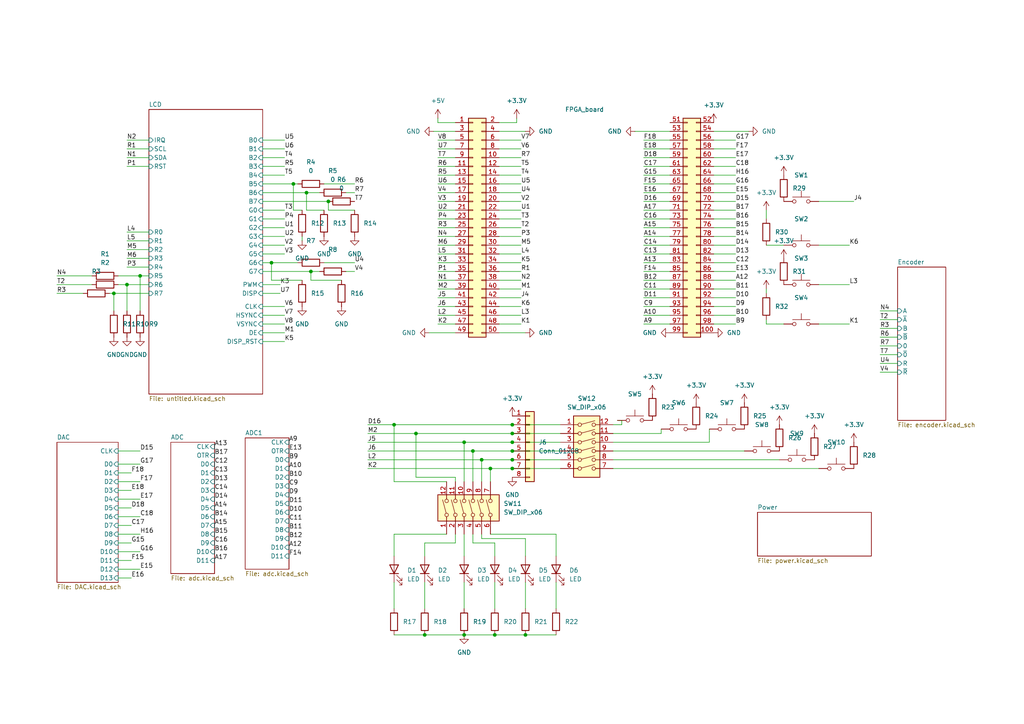
<source format=kicad_sch>
(kicad_sch (version 20231120) (generator "eeschema") (generator_version "8.0")
  (paper "A4")
  (junction (at 148.59 123.19))
  (junction (at 40.64 80.01))
  (junction (at 148.59 130.81))
  (junction (at 88.9 55.88))
  (junction (at 120.65 125.73))
  (junction (at 148.59 125.73))
  (junction (at 90.17 78.74))
  (junction (at 78.74 76.2))
  (junction (at 85.09 53.34))
  (junction (at 143.51 184.15))
  (junction (at 33.02 85.09))
  (junction (at 148.59 128.27))
  (junction (at 36.83 82.55))
  (junction (at 148.59 135.89))
  (junction (at 142.24 135.89))
  (junction (at 137.16 130.81))
  (junction (at 139.7 133.35))
  (junction (at 134.62 128.27))
  (junction (at 148.59 133.35))
  (junction (at 114.3 123.19))
  (junction (at 95.25 58.42))
  (junction (at 152.4 184.15))
  (junction (at 134.62 184.15))
  (junction (at 123.19 184.15))
  (wire (pts (xy 34.29 80.01) (xy 40.64 80.01)))
  (wire (pts (xy 213.36 71.12) (xy 207.01 71.12)))
  (wire (pts (xy 186.69 40.64) (xy 194.31 40.64)))
  (wire (pts (xy 186.69 68.58) (xy 194.31 68.58)))
  (wire (pts (xy 143.51 184.15) (xy 152.4 184.15)))
  (wire (pts (xy 36.83 45.72) (xy 43.18 45.72)))
  (wire (pts (xy 127 35.56) (xy 127 34.29)))
  (wire (pts (xy 127 66.04) (xy 132.08 66.04)))
  (wire (pts (xy 213.36 86.36) (xy 207.01 86.36)))
  (wire (pts (xy 255.27 95.25) (xy 260.35 95.25)))
  (wire (pts (xy 139.7 156.21) (xy 139.7 154.94)))
  (wire (pts (xy 125.73 38.1) (xy 132.08 38.1)))
  (wire (pts (xy 142.24 135.89) (xy 148.59 135.89)))
  (wire (pts (xy 38.1 157.48) (xy 34.29 157.48)))
  (wire (pts (xy 213.36 91.44) (xy 207.01 91.44)))
  (wire (pts (xy 148.59 123.19) (xy 162.56 123.19)))
  (wire (pts (xy 186.69 53.34) (xy 194.31 53.34)))
  (wire (pts (xy 186.69 66.04) (xy 194.31 66.04)))
  (wire (pts (xy 34.29 144.78) (xy 40.64 144.78)))
  (wire (pts (xy 127 45.72) (xy 132.08 45.72)))
  (wire (pts (xy 213.36 40.64) (xy 207.01 40.64)))
  (wire (pts (xy 213.36 60.96) (xy 207.01 60.96)))
  (wire (pts (xy 255.27 92.71) (xy 260.35 92.71)))
  (wire (pts (xy 191.77 125.73) (xy 191.77 124.46)))
  (wire (pts (xy 36.83 77.47) (xy 43.18 77.47)))
  (wire (pts (xy 99.06 81.28) (xy 90.17 81.28)))
  (wire (pts (xy 186.69 50.8) (xy 194.31 50.8)))
  (wire (pts (xy 36.83 67.31) (xy 43.18 67.31)))
  (wire (pts (xy 213.36 88.9) (xy 207.01 88.9)))
  (wire (pts (xy 137.16 157.48) (xy 137.16 154.94)))
  (wire (pts (xy 124.46 96.52) (xy 132.08 96.52)))
  (wire (pts (xy 102.87 78.74) (xy 100.33 78.74)))
  (wire (pts (xy 151.13 86.36) (xy 144.78 86.36)))
  (wire (pts (xy 148.59 125.73) (xy 162.56 125.73)))
  (wire (pts (xy 82.55 43.18) (xy 76.2 43.18)))
  (wire (pts (xy 148.59 135.89) (xy 162.56 135.89)))
  (wire (pts (xy 95.25 58.42) (xy 76.2 58.42)))
  (wire (pts (xy 151.13 66.04) (xy 144.78 66.04)))
  (wire (pts (xy 143.51 168.91) (xy 143.51 176.53)))
  (wire (pts (xy 78.74 81.28) (xy 78.74 76.2)))
  (wire (pts (xy 82.55 45.72) (xy 76.2 45.72)))
  (wire (pts (xy 129.54 139.7) (xy 114.3 139.7)))
  (wire (pts (xy 237.49 82.55) (xy 246.38 82.55)))
  (wire (pts (xy 134.62 128.27) (xy 134.62 139.7)))
  (wire (pts (xy 127 91.44) (xy 132.08 91.44)))
  (wire (pts (xy 247.65 58.42) (xy 237.49 58.42)))
  (wire (pts (xy 87.63 60.96) (xy 85.09 60.96)))
  (wire (pts (xy 40.64 139.7) (xy 34.29 139.7)))
  (wire (pts (xy 213.36 43.18) (xy 207.01 43.18)))
  (wire (pts (xy 127 68.58) (xy 132.08 68.58)))
  (wire (pts (xy 186.69 43.18) (xy 194.31 43.18)))
  (wire (pts (xy 186.69 45.72) (xy 194.31 45.72)))
  (wire (pts (xy 82.55 50.8) (xy 76.2 50.8)))
  (wire (pts (xy 106.68 123.19) (xy 114.3 123.19)))
  (wire (pts (xy 82.55 60.96) (xy 76.2 60.96)))
  (wire (pts (xy 255.27 97.79) (xy 260.35 97.79)))
  (wire (pts (xy 85.09 53.34) (xy 76.2 53.34)))
  (wire (pts (xy 186.69 58.42) (xy 194.31 58.42)))
  (wire (pts (xy 148.59 130.81) (xy 162.56 130.81)))
  (wire (pts (xy 81.28 82.55) (xy 76.2 82.55)))
  (wire (pts (xy 143.51 161.29) (xy 143.51 157.48)))
  (wire (pts (xy 123.19 168.91) (xy 123.19 176.53)))
  (wire (pts (xy 143.51 157.48) (xy 137.16 157.48)))
  (wire (pts (xy 85.09 60.96) (xy 85.09 53.34)))
  (wire (pts (xy 213.36 63.5) (xy 207.01 63.5)))
  (wire (pts (xy 186.69 76.2) (xy 194.31 76.2)))
  (wire (pts (xy 186.69 86.36) (xy 194.31 86.36)))
  (wire (pts (xy 82.55 40.64) (xy 76.2 40.64)))
  (wire (pts (xy 134.62 184.15) (xy 143.51 184.15)))
  (wire (pts (xy 213.36 55.88) (xy 207.01 55.88)))
  (wire (pts (xy 134.62 154.94) (xy 134.62 161.29)))
  (wire (pts (xy 149.86 35.56) (xy 144.78 35.56)))
  (wire (pts (xy 78.74 76.2) (xy 76.2 76.2)))
  (wire (pts (xy 40.64 80.01) (xy 43.18 80.01)))
  (wire (pts (xy 38.1 137.16) (xy 34.29 137.16)))
  (wire (pts (xy 134.62 168.91) (xy 134.62 176.53)))
  (wire (pts (xy 90.17 81.28) (xy 90.17 78.74)))
  (wire (pts (xy 213.36 45.72) (xy 207.01 45.72)))
  (wire (pts (xy 106.68 128.27) (xy 134.62 128.27)))
  (wire (pts (xy 127 63.5) (xy 132.08 63.5)))
  (wire (pts (xy 152.4 161.29) (xy 152.4 156.21)))
  (wire (pts (xy 81.28 85.09) (xy 76.2 85.09)))
  (wire (pts (xy 186.69 73.66) (xy 194.31 73.66)))
  (wire (pts (xy 127 86.36) (xy 132.08 86.36)))
  (wire (pts (xy 120.65 138.43) (xy 120.65 125.73)))
  (wire (pts (xy 82.55 71.12) (xy 76.2 71.12)))
  (wire (pts (xy 222.25 60.96) (xy 222.25 63.5)))
  (wire (pts (xy 177.8 133.35) (xy 226.06 133.35)))
  (wire (pts (xy 152.4 96.52) (xy 144.78 96.52)))
  (wire (pts (xy 149.86 34.29) (xy 149.86 35.56)))
  (wire (pts (xy 151.13 40.64) (xy 144.78 40.64)))
  (wire (pts (xy 36.83 82.55) (xy 36.83 90.17)))
  (wire (pts (xy 38.1 142.24) (xy 34.29 142.24)))
  (wire (pts (xy 114.3 123.19) (xy 148.59 123.19)))
  (wire (pts (xy 127 83.82) (xy 132.08 83.82)))
  (wire (pts (xy 186.69 78.74) (xy 194.31 78.74)))
  (wire (pts (xy 92.71 78.74) (xy 90.17 78.74)))
  (wire (pts (xy 255.27 100.33) (xy 260.35 100.33)))
  (wire (pts (xy 40.64 154.94) (xy 34.29 154.94)))
  (wire (pts (xy 213.36 81.28) (xy 207.01 81.28)))
  (wire (pts (xy 114.3 161.29) (xy 114.3 154.94)))
  (wire (pts (xy 213.36 53.34) (xy 207.01 53.34)))
  (wire (pts (xy 36.83 72.39) (xy 43.18 72.39)))
  (wire (pts (xy 186.69 93.98) (xy 194.31 93.98)))
  (wire (pts (xy 106.68 133.35) (xy 139.7 133.35)))
  (wire (pts (xy 151.13 43.18) (xy 144.78 43.18)))
  (wire (pts (xy 213.36 68.58) (xy 207.01 68.58)))
  (wire (pts (xy 38.1 152.4) (xy 34.29 152.4)))
  (wire (pts (xy 40.64 160.02) (xy 34.29 160.02)))
  (wire (pts (xy 90.17 78.74) (xy 76.2 78.74)))
  (wire (pts (xy 132.08 138.43) (xy 120.65 138.43)))
  (wire (pts (xy 237.49 93.98) (xy 246.38 93.98)))
  (wire (pts (xy 123.19 157.48) (xy 132.08 157.48)))
  (wire (pts (xy 186.69 60.96) (xy 194.31 60.96)))
  (wire (pts (xy 213.36 93.98) (xy 207.01 93.98)))
  (wire (pts (xy 114.3 154.94) (xy 129.54 154.94)))
  (wire (pts (xy 148.59 128.27) (xy 162.56 128.27)))
  (wire (pts (xy 139.7 133.35) (xy 148.59 133.35)))
  (wire (pts (xy 36.83 82.55) (xy 43.18 82.55)))
  (wire (pts (xy 184.15 38.1) (xy 194.31 38.1)))
  (wire (pts (xy 177.8 128.27) (xy 205.74 128.27)))
  (wire (pts (xy 177.8 135.89) (xy 237.49 135.89)))
  (wire (pts (xy 137.16 130.81) (xy 137.16 139.7)))
  (wire (pts (xy 88.9 55.88) (xy 76.2 55.88)))
  (wire (pts (xy 151.13 55.88) (xy 144.78 55.88)))
  (wire (pts (xy 205.74 128.27) (xy 205.74 124.46)))
  (wire (pts (xy 40.64 149.86) (xy 34.29 149.86)))
  (wire (pts (xy 36.83 40.64) (xy 43.18 40.64)))
  (wire (pts (xy 151.13 78.74) (xy 144.78 78.74)))
  (wire (pts (xy 24.13 85.09) (xy 16.51 85.09)))
  (wire (pts (xy 151.13 81.28) (xy 144.78 81.28)))
  (wire (pts (xy 151.13 73.66) (xy 144.78 73.66)))
  (wire (pts (xy 213.36 50.8) (xy 207.01 50.8)))
  (wire (pts (xy 127 93.98) (xy 132.08 93.98)))
  (wire (pts (xy 151.13 58.42) (xy 144.78 58.42)))
  (wire (pts (xy 82.55 48.26) (xy 76.2 48.26)))
  (wire (pts (xy 255.27 102.87) (xy 260.35 102.87)))
  (wire (pts (xy 255.27 90.17) (xy 260.35 90.17)))
  (wire (pts (xy 180.34 121.92) (xy 179.07 121.92)))
  (wire (pts (xy 151.13 83.82) (xy 144.78 83.82)))
  (wire (pts (xy 95.25 60.96) (xy 95.25 58.42)))
  (wire (pts (xy 127 58.42) (xy 132.08 58.42)))
  (wire (pts (xy 82.55 99.06) (xy 76.2 99.06)))
  (wire (pts (xy 151.13 53.34) (xy 144.78 53.34)))
  (wire (pts (xy 87.63 69.85) (xy 87.63 68.58)))
  (wire (pts (xy 82.55 63.5) (xy 76.2 63.5)))
  (wire (pts (xy 127 81.28) (xy 132.08 81.28)))
  (wire (pts (xy 106.68 125.73) (xy 120.65 125.73)))
  (wire (pts (xy 127 71.12) (xy 132.08 71.12)))
  (wire (pts (xy 151.13 88.9) (xy 144.78 88.9)))
  (wire (pts (xy 213.36 66.04) (xy 207.01 66.04)))
  (wire (pts (xy 36.83 74.93) (xy 43.18 74.93)))
  (wire (pts (xy 177.8 125.73) (xy 191.77 125.73)))
  (wire (pts (xy 222.25 71.12) (xy 227.33 71.12)))
  (wire (pts (xy 36.83 69.85) (xy 43.18 69.85)))
  (wire (pts (xy 222.25 93.98) (xy 227.33 93.98)))
  (wire (pts (xy 123.19 184.15) (xy 134.62 184.15)))
  (wire (pts (xy 161.29 168.91) (xy 161.29 176.53)))
  (wire (pts (xy 127 73.66) (xy 132.08 73.66)))
  (wire (pts (xy 34.29 82.55) (xy 36.83 82.55)))
  (wire (pts (xy 127 43.18) (xy 132.08 43.18)))
  (wire (pts (xy 186.69 88.9) (xy 194.31 88.9)))
  (wire (pts (xy 127 48.26) (xy 132.08 48.26)))
  (wire (pts (xy 151.13 48.26) (xy 144.78 48.26)))
  (wire (pts (xy 114.3 139.7) (xy 114.3 123.19)))
  (wire (pts (xy 151.13 68.58) (xy 144.78 68.58)))
  (wire (pts (xy 186.69 48.26) (xy 194.31 48.26)))
  (wire (pts (xy 255.27 105.41) (xy 260.35 105.41)))
  (wire (pts (xy 34.29 167.64) (xy 38.1 167.64)))
  (wire (pts (xy 151.13 91.44) (xy 144.78 91.44)))
  (wire (pts (xy 127 53.34) (xy 132.08 53.34)))
  (wire (pts (xy 106.68 135.89) (xy 142.24 135.89)))
  (wire (pts (xy 151.13 71.12) (xy 144.78 71.12)))
  (wire (pts (xy 93.98 76.2) (xy 102.87 76.2)))
  (wire (pts (xy 82.55 68.58) (xy 76.2 68.58)))
  (wire (pts (xy 87.63 81.28) (xy 78.74 81.28)))
  (wire (pts (xy 26.67 82.55) (xy 16.51 82.55)))
  (wire (pts (xy 217.17 38.1) (xy 207.01 38.1)))
  (wire (pts (xy 86.36 53.34) (xy 85.09 53.34)))
  (wire (pts (xy 127 76.2) (xy 132.08 76.2)))
  (wire (pts (xy 40.64 80.01) (xy 40.64 90.17)))
  (wire (pts (xy 127 78.74) (xy 132.08 78.74)))
  (wire (pts (xy 88.9 60.96) (xy 88.9 55.88)))
  (wire (pts (xy 161.29 161.29) (xy 161.29 154.94)))
  (wire (pts (xy 151.13 93.98) (xy 144.78 93.98)))
  (wire (pts (xy 134.62 128.27) (xy 148.59 128.27)))
  (wire (pts (xy 82.55 88.9) (xy 76.2 88.9)))
  (wire (pts (xy 152.4 184.15) (xy 161.29 184.15)))
  (wire (pts (xy 31.75 85.09) (xy 33.02 85.09)))
  (wire (pts (xy 148.59 133.35) (xy 162.56 133.35)))
  (wire (pts (xy 127 40.64) (xy 132.08 40.64)))
  (wire (pts (xy 123.19 161.29) (xy 123.19 157.48)))
  (wire (pts (xy 132.08 154.94) (xy 132.08 157.48)))
  (wire (pts (xy 93.98 53.34) (xy 102.87 53.34)))
  (wire (pts (xy 237.49 71.12) (xy 246.38 71.12)))
  (wire (pts (xy 186.69 81.28) (xy 194.31 81.28)))
  (wire (pts (xy 38.1 147.32) (xy 34.29 147.32)))
  (wire (pts (xy 36.83 43.18) (xy 43.18 43.18)))
  (wire (pts (xy 213.36 48.26) (xy 207.01 48.26)))
  (wire (pts (xy 255.27 107.95) (xy 260.35 107.95)))
  (wire (pts (xy 152.4 156.21) (xy 139.7 156.21)))
  (wire (pts (xy 127 60.96) (xy 132.08 60.96)))
  (wire (pts (xy 152.4 168.91) (xy 152.4 176.53)))
  (wire (pts (xy 82.55 91.44) (xy 76.2 91.44)))
  (wire (pts (xy 161.29 154.94) (xy 142.24 154.94)))
  (wire (pts (xy 151.13 63.5) (xy 144.78 63.5)))
  (wire (pts (xy 82.55 66.04) (xy 76.2 66.04)))
  (wire (pts (xy 186.69 71.12) (xy 194.31 71.12)))
  (wire (pts (xy 142.24 135.89) (xy 142.24 139.7)))
  (wire (pts (xy 151.13 76.2) (xy 144.78 76.2)))
  (wire (pts (xy 114.3 168.91) (xy 114.3 176.53)))
  (wire (pts (xy 180.34 123.19) (xy 180.34 121.92)))
  (wire (pts (xy 213.36 83.82) (xy 207.01 83.82)))
  (wire (pts (xy 114.3 184.15) (xy 123.19 184.15)))
  (wire (pts (xy 222.25 92.71) (xy 222.25 93.98)))
  (wire (pts (xy 186.69 55.88) (xy 194.31 55.88)))
  (wire (pts (xy 222.25 83.82) (xy 222.25 85.09)))
  (wire (pts (xy 213.36 73.66) (xy 207.01 73.66)))
  (wire (pts (xy 132.08 139.7) (xy 132.08 138.43)))
  (wire (pts (xy 127 88.9) (xy 132.08 88.9)))
  (wire (pts (xy 177.8 123.19) (xy 180.34 123.19)))
  (wire (pts (xy 213.36 76.2) (xy 207.01 76.2)))
  (wire (pts (xy 120.65 125.73) (xy 148.59 125.73)))
  (wire (pts (xy 127 55.88) (xy 132.08 55.88)))
  (wire (pts (xy 186.69 63.5) (xy 194.31 63.5)))
  (wire (pts (xy 40.64 134.62) (xy 34.29 134.62)))
  (wire (pts (xy 151.13 45.72) (xy 144.78 45.72)))
  (wire (pts (xy 102.87 55.88) (xy 100.33 55.88)))
  (wire (pts (xy 127 50.8) (xy 132.08 50.8)))
  (wire (pts (xy 93.98 60.96) (xy 88.9 60.96)))
  (wire (pts (xy 82.55 93.98) (xy 76.2 93.98)))
  (wire (pts (xy 82.55 96.52) (xy 76.2 96.52)))
  (wire (pts (xy 152.4 38.1) (xy 144.78 38.1)))
  (wire (pts (xy 102.87 60.96) (xy 95.25 60.96)))
  (wire (pts (xy 151.13 60.96) (xy 144.78 60.96)))
  (wire (pts (xy 151.13 50.8) (xy 144.78 50.8)))
  (wire (pts (xy 82.55 73.66) (xy 76.2 73.66)))
  (wire (pts (xy 40.64 165.1) (xy 34.29 165.1)))
  (wire (pts (xy 36.83 48.26) (xy 43.18 48.26)))
  (wire (pts (xy 92.71 55.88) (xy 88.9 55.88)))
  (wire (pts (xy 213.36 58.42) (xy 207.01 58.42)))
  (wire (pts (xy 106.68 130.81) (xy 137.16 130.81)))
  (wire (pts (xy 213.36 78.74) (xy 207.01 78.74)))
  (wire (pts (xy 26.67 80.01) (xy 16.51 80.01)))
  (wire (pts (xy 139.7 133.35) (xy 139.7 139.7)))
  (wire (pts (xy 38.1 162.56) (xy 34.29 162.56)))
  (wire (pts (xy 186.69 91.44) (xy 194.31 91.44)))
  (wire (pts (xy 186.69 83.82) (xy 194.31 83.82)))
  (wire (pts (xy 137.16 130.81) (xy 148.59 130.81)))
  (wire (pts (xy 132.08 35.56) (xy 127 35.56)))
  (wire (pts (xy 40.64 130.81) (xy 34.29 130.81)))
  (wire (pts (xy 33.02 85.09) (xy 43.18 85.09)))
  (wire (pts (xy 177.8 130.81) (xy 215.9 130.81)))
  (wire (pts (xy 33.02 85.09) (xy 33.02 90.17)))
  (wire (pts (xy 86.36 76.2) (xy 78.74 76.2)))
  (label "K6" (at 246.38 71.12 0))
  (label "V7" (at 151.13 40.64 0))
  (label "P4" (at 127 63.5 0))
  (label "D9" (at 83.82 143.51 0))
  (label "N2" (at 151.13 81.28 0))
  (label "L4" (at 151.13 73.66 0))
  (label "A15" (at 186.69 66.04 0))
  (label "C9" (at 83.82 140.97 0))
  (label "M5" (at 36.83 72.39 0))
  (label "C16" (at 62.23 157.48 0))
  (label "C11" (at 83.82 151.13 0))
  (label "A14" (at 62.23 147.32 0))
  (label "B14" (at 62.23 149.86 0))
  (label "C13" (at 62.23 137.16 0))
  (label "R1" (at 36.83 43.18 0))
  (label "C14" (at 186.69 71.12 0))
  (label "B16" (at 213.36 63.5 0))
  (label "B9" (at 213.36 93.98 0))
  (label "M1" (at 82.55 96.52 0))
  (label "K6" (at 151.13 88.9 0))
  (label "K5" (at 151.13 76.2 0))
  (label "B10" (at 83.82 138.43 0))
  (label "A10" (at 186.69 91.44 0))
  (label "J5" (at 127 86.36 0))
  (label "D10" (at 83.82 148.59 0))
  (label "F14" (at 186.69 78.74 0))
  (label "T7" (at 127 45.72 0))
  (label "T7" (at 255.27 102.87 0))
  (label "B17" (at 213.36 60.96 0))
  (label "A13" (at 62.23 129.54 0))
  (label "D14" (at 213.36 71.12 0))
  (label "B12" (at 83.82 156.21 0))
  (label "A15" (at 62.23 152.4 0))
  (label "K5" (at 82.55 99.06 0))
  (label "P1" (at 127 78.74 0))
  (label "E16" (at 38.1 167.64 0))
  (label "C11" (at 186.69 83.82 0))
  (label "F18" (at 186.69 40.64 0))
  (label "A12" (at 213.36 81.28 0))
  (label "E15" (at 40.64 165.1 0))
  (label "C18" (at 213.36 48.26 0))
  (label "U7" (at 127 43.18 0))
  (label "T4" (at 82.55 45.72 0))
  (label "F18" (at 38.1 137.16 0))
  (label "L5" (at 127 73.66 0))
  (label "T3" (at 151.13 63.5 0))
  (label "V4" (at 102.87 78.74 0))
  (label "U4" (at 151.13 55.88 0))
  (label "U1" (at 151.13 60.96 0))
  (label "V8" (at 82.55 93.98 0))
  (label "C18" (at 40.64 149.86 0))
  (label "B16" (at 62.23 160.02 0))
  (label "A17" (at 62.23 162.56 0))
  (label "U2" (at 127 60.96 0))
  (label "R6" (at 102.87 53.34 0))
  (label "B15" (at 213.36 66.04 0))
  (label "N4" (at 127 68.58 0))
  (label "M1" (at 151.13 83.82 0))
  (label "A9" (at 186.69 93.98 0))
  (label "D16" (at 186.69 58.42 0))
  (label "E18" (at 186.69 43.18 0))
  (label "N4" (at 16.51 80.01 0))
  (label "T5" (at 151.13 48.26 0))
  (label "E13" (at 213.36 78.74 0))
  (label "E18" (at 38.1 142.24 0))
  (label "J6" (at 106.68 130.81 0))
  (label "F17" (at 213.36 43.18 0))
  (label "R7" (at 151.13 45.72 0))
  (label "R6" (at 127 48.26 0))
  (label "D10" (at 213.36 86.36 0))
  (label "E15" (at 213.36 55.88 0))
  (label "D13" (at 62.23 139.7 0))
  (label "F14" (at 83.82 161.29 0))
  (label "V3" (at 127 58.42 0))
  (label "T7" (at 102.87 58.42 0))
  (label "N2" (at 36.83 40.64 0))
  (label "C17" (at 38.1 152.4 0))
  (label "R7" (at 102.87 55.88 0))
  (label "A9" (at 83.82 128.27 0))
  (label "M6" (at 127 71.12 0))
  (label "D14" (at 62.23 144.78 0))
  (label "J5" (at 106.68 128.27 0))
  (label "M2" (at 127 83.82 0))
  (label "D16" (at 106.68 123.19 0))
  (label "F15" (at 186.69 53.34 0))
  (label "L2" (at 127 91.44 0))
  (label "M6" (at 36.83 74.93 0))
  (label "C14" (at 62.23 142.24 0))
  (label "U5" (at 151.13 53.34 0))
  (label "N4" (at 255.27 90.17 0))
  (label "G17" (at 213.36 40.64 0))
  (label "R5" (at 127 50.8 0))
  (label "G15" (at 38.1 157.48 0))
  (label "K2" (at 106.68 135.89 0))
  (label "J6" (at 127 88.9 0))
  (label "C12" (at 62.23 134.62 0))
  (label "T2" (at 151.13 66.04 0))
  (label "B15" (at 62.23 154.94 0))
  (label "D15" (at 213.36 58.42 0))
  (label "U5" (at 82.55 40.64 0))
  (label "B17" (at 62.23 132.08 0))
  (label "U4" (at 255.27 105.41 0))
  (label "V8" (at 127 40.64 0))
  (label "N1" (at 127 81.28 0))
  (label "J4" (at 247.65 58.42 0))
  (label "G15" (at 186.69 50.8 0))
  (label "D18" (at 38.1 147.32 0))
  (label "E17" (at 40.64 144.78 0))
  (label "T2" (at 16.51 82.55 0))
  (label "A14" (at 186.69 68.58 0))
  (label "C13" (at 186.69 73.66 0))
  (label "V6" (at 82.55 88.9 0))
  (label "G17" (at 40.64 134.62 0))
  (label "V2" (at 151.13 58.42 0))
  (label "V6" (at 151.13 43.18 0))
  (label "B14" (at 213.36 68.58 0))
  (label "K1" (at 246.38 93.98 0))
  (label "C12" (at 213.36 76.2 0))
  (label "K1" (at 151.13 93.98 0))
  (label "C16" (at 186.69 63.5 0))
  (label "T4" (at 151.13 50.8 0))
  (label "U2" (at 82.55 68.58 0))
  (label "H16" (at 40.64 154.94 0))
  (label "R1" (at 151.13 78.74 0))
  (label "B12" (at 186.69 81.28 0))
  (label "P3" (at 36.83 77.47 0))
  (label "B10" (at 213.36 91.44 0))
  (label "R5" (at 82.55 48.26 0))
  (label "D18" (at 186.69 45.72 0))
  (label "G16" (at 40.64 160.02 0))
  (label "K3" (at 127 76.2 0))
  (label "L2" (at 106.68 133.35 0))
  (label "V3" (at 82.55 73.66 0))
  (label "K3" (at 81.28 82.55 0))
  (label "E16" (at 186.69 55.88 0))
  (label "C9" (at 186.69 88.9 0))
  (label "U4" (at 102.87 76.2 0))
  (label "U7" (at 81.28 85.09 0))
  (label "D11" (at 186.69 86.36 0))
  (label "V2" (at 82.55 71.12 0))
  (label "D11" (at 83.82 146.05 0))
  (label "B9" (at 83.82 133.35 0))
  (label "A12" (at 83.82 158.75 0))
  (label "N1" (at 36.83 45.72 0))
  (label "T2" (at 255.27 92.71 0))
  (label "B11" (at 83.82 153.67 0))
  (label "R3" (at 127 66.04 0))
  (label "R7" (at 255.27 100.33 0))
  (label "F15" (at 38.1 162.56 0))
  (label "E13" (at 83.82 130.81 0))
  (label "D13" (at 213.36 73.66 0))
  (label "D9" (at 213.36 88.9 0))
  (label "E17" (at 213.36 45.72 0))
  (label "R3" (at 255.27 95.25 0))
  (label "P4" (at 82.55 63.5 0))
  (label "J4" (at 151.13 86.36 0))
  (label "V7" (at 82.55 91.44 0))
  (label "H16" (at 213.36 50.8 0))
  (label "T5" (at 82.55 50.8 0))
  (label "P1" (at 36.83 48.26 0))
  (label "D15" (at 40.64 130.81 0))
  (label "L5" (at 36.83 69.85 0))
  (label "A17" (at 186.69 60.96 0))
  (label "P3" (at 151.13 68.58 0))
  (label "K2" (at 127 93.98 0))
  (label "V4" (at 255.27 107.95 0))
  (label "M5" (at 151.13 71.12 0))
  (label "A13" (at 186.69 76.2 0))
  (label "R3" (at 16.51 85.09 0))
  (label "L3" (at 151.13 91.44 0))
  (label "M2" (at 106.68 125.73 0))
  (label "B11" (at 213.36 83.82 0))
  (label "L4" (at 36.83 67.31 0))
  (label "U1" (at 82.55 66.04 0))
  (label "R6" (at 255.27 97.79 0))
  (label "U6" (at 127 53.34 0))
  (label "T3" (at 82.55 60.96 0))
  (label "V4" (at 127 55.88 0))
  (label "A10" (at 83.82 135.89 0))
  (label "L3" (at 246.38 82.55 0))
  (label "F17" (at 40.64 139.7 0))
  (label "C17" (at 186.69 48.26 0))
  (label "U6" (at 82.55 43.18 0))
  (label "G16" (at 213.36 53.34 0))
  (symbol (lib_id "power:+3.3V") (at 207.01 35.56 0) (unit 1)
    (property "Reference" "#PWR010" (effects (hide yes)))
    (property "Value" "+3.3V" (at 207.01 30.48 0))
    (property "Description" "Power symbol creates a global label with name \"+3.3V\"" (effects (hide yes)))
  )
  (symbol (lib_id "power:GND") (at 87.63 69.85 0) (unit 1)
    (property "Reference" "#PWR036" (effects (hide yes)))
    (property "Value" "GND" (at 87.63 74.93 0))
    (property "Description" "Power symbol creates a global label with name \"GND\" , ground" (effects (hide yes)))
  )
  (symbol (lib_id "Switch:SW_DIP_x06") (at 170.18 130.81 0) (unit 1)
    (property "Reference" "SW12" (at 170.18 115.57 0))
    (property "Value" "SW_DIP_x06" (at 170.18 118.11 0))
    (property "Footprint" "Button_Switch_THT:SW_DIP_SPSTx06_Slide_9.78x17.42mm_W7.62mm_P2.54mm" (effects (hide yes)))
    (property "Description" "6x DIP Switch, Single Pole Single Throw (SPST) switch, small symbol" (effects (hide yes)))
  )
  (symbol (lib_id "Device:R") (at 161.29 180.34 180) (unit 1)
    (property "Reference" "R22" (at 163.83 180.3399 0) (effects (justify right)))
    (property "Value" "330" (effects (hide yes)))
    (property "Footprint" "Resistor_SMD:R_1206_3216Metric_Pad1.30x1.75mm_HandSolder" (effects (hide yes)))
    (property "Description" "Resistor" (effects (hide yes)))
  )
  (symbol (lib_id "Device:R") (at 27.94 85.09 90) (unit 1)
    (property "Reference" "R3" (at 27.94 78.74 90))
    (property "Value" "0" (effects (hide yes)))
    (property "Footprint" "Resistor_SMD:R_1206_3216Metric_Pad1.30x1.75mm_HandSolder" (effects (hide yes)))
    (property "Description" "Resistor" (effects (hide yes)))
  )
  (symbol (lib_id "power:GND") (at 99.06 88.9 0) (unit 1)
    (property "Reference" "#PWR040" (effects (hide yes)))
    (property "Value" "GND" (at 99.06 93.98 0))
    (property "Description" "Power symbol creates a global label with name \"GND\" , ground" (effects (hide yes)))
  )
  (symbol (lib_id "Device:LED") (at 143.51 165.1 90) (unit 1)
    (property "Reference" "D4" (at 147.32 165.4174 90) (effects (justify right)))
    (property "Value" "LED" (at 147.32 167.9574 90) (effects (justify right)))
    (property "Footprint" "LED_THT:LED_D3.0mm" (effects (hide yes)))
    (property "Description" "Light emitting diode" (effects (hide yes)))
  )
  (symbol (lib_id "Switch:SW_Push") (at 232.41 93.98 0) (unit 1)
    (property "Reference" "SW4" (at 232.41 86.36 0))
    (property "Value" "SW_Push" (effects (hide yes)))
    (property "Footprint" "Button_Switch_THT:SW_PUSH_6mm" (effects (hide yes)))
    (property "Description" "Push button switch, generic, two pins" (effects (hide yes)))
  )
  (symbol (lib_id "Switch:SW_DIP_x06") (at 137.16 147.32 90) (unit 1)
    (property "Reference" "SW11" (at 146.05 146.0499 90) (effects (justify right)))
    (property "Value" "SW_DIP_x06" (at 146.05 148.5899 90) (effects (justify right)))
    (property "Footprint" "Button_Switch_THT:SW_DIP_SPSTx06_Slide_9.78x17.42mm_W7.62mm_P2.54mm" (effects (hide yes)))
    (property "Description" "6x DIP Switch, Single Pole Single Throw (SPST) switch, small symbol" (effects (hide yes)))
  )
  (symbol (lib_id "Device:LED") (at 134.62 165.1 90) (unit 1)
    (property "Reference" "D3" (at 138.43 165.4174 90) (effects (justify right)))
    (property "Value" "LED" (at 138.43 167.9574 90) (effects (justify right)))
    (property "Footprint" "LED_THT:LED_D3.0mm" (effects (hide yes)))
    (property "Description" "Light emitting diode" (effects (hide yes)))
  )
  (symbol (lib_id "Device:R") (at 30.48 80.01 90) (unit 1)
    (property "Reference" "R1" (at 30.48 73.66 90))
    (property "Value" "0" (effects (hide yes)))
    (property "Footprint" "Resistor_SMD:R_1206_3216Metric_Pad1.30x1.75mm_HandSolder" (effects (hide yes)))
    (property "Description" "Resistor" (effects (hide yes)))
  )
  (symbol (lib_id "power:GND") (at 148.59 138.43 0) (unit 1)
    (property "Reference" "#PWR052" (effects (hide yes)))
    (property "Value" "GND" (at 148.59 143.51 0))
    (property "Description" "Power symbol creates a global label with name \"GND\" , ground" (effects (hide yes)))
  )
  (symbol (lib_id "power:+3.3V") (at 222.25 83.82 0) (unit 1)
    (property "Reference" "#PWR051" (effects (hide yes)))
    (property "Value" "+3.3V" (at 222.25 78.74 0))
    (property "Description" "Power symbol creates a global label with name \"+3.3V\"" (effects (hide yes)))
  )
  (symbol (lib_id "Device:R") (at 189.23 118.11 180) (unit 1)
    (property "Reference" "R23" (at 191.77 118.1099 0) (effects (justify right)))
    (property "Value" "10k" (effects (hide yes)))
    (property "Footprint" "Resistor_SMD:R_1206_3216Metric_Pad1.30x1.75mm_HandSolder" (effects (hide yes)))
    (property "Description" "Resistor" (effects (hide yes)))
  )
  (symbol (lib_id "Switch:SW_Push") (at 210.82 124.46 0) (unit 1)
    (property "Reference" "SW7" (at 210.82 116.84 0))
    (property "Value" "SW_Push" (effects (hide yes)))
    (property "Footprint" "Button_Switch_THT:SW_PUSH_6mm" (effects (hide yes)))
    (property "Description" "Push button switch, generic, two pins" (effects (hide yes)))
  )
  (symbol (lib_id "Device:R") (at 227.33 78.74 180) (unit 1)
    (property "Reference" "R31" (at 229.87 78.7399 0) (effects (justify right)))
    (property "Value" "10k" (effects (hide yes)))
    (property "Footprint" "Resistor_SMD:R_1206_3216Metric_Pad1.30x1.75mm_HandSolder" (effects (hide yes)))
    (property "Description" "Resistor" (effects (hide yes)))
  )
  (symbol (lib_id "power:GND") (at 125.73 38.1 270) (unit 1)
    (property "Reference" "#PWR02" (effects (hide yes)))
    (property "Value" "GND" (at 121.92 38.0999 90) (effects (justify right)))
    (property "Description" "Power symbol creates a global label with name \"GND\" , ground" (effects (hide yes)))
  )
  (symbol (lib_id "Switch:SW_Push") (at 231.14 133.35 0) (unit 1)
    (property "Reference" "SW9" (at 231.14 125.73 0))
    (property "Value" "SW_Push" (effects (hide yes)))
    (property "Footprint" "Button_Switch_THT:SW_PUSH_6mm" (effects (hide yes)))
    (property "Description" "Push button switch, generic, two pins" (effects (hide yes)))
  )
  (symbol (lib_id "power:GND") (at 102.87 68.58 0) (unit 1)
    (property "Reference" "#PWR038" (effects (hide yes)))
    (property "Value" "GND" (at 102.87 73.66 0))
    (property "Description" "Power symbol creates a global label with name \"GND\" , ground" (effects (hide yes)))
  )
  (symbol (lib_id "power:GND") (at 134.62 184.15 0) (unit 1)
    (property "Reference" "#PWR041" (effects (hide yes)))
    (property "Value" "GND" (at 134.62 189.23 0))
    (property "Description" "Power symbol creates a global label with name \"GND\" , ground" (effects (hide yes)))
  )
  (symbol (lib_id "power:+3.3V") (at 227.33 50.8 0) (unit 1)
    (property "Reference" "#PWR048" (effects (hide yes)))
    (property "Value" "+3.3V" (at 227.33 45.72 0))
    (property "Description" "Power symbol creates a global label with name \"+3.3V\"" (effects (hide yes)))
  )
  (symbol (lib_id "power:GND") (at 207.01 96.52 90) (unit 1)
    (property "Reference" "#PWR011" (effects (hide yes)))
    (property "Value" "GND" (at 210.82 96.5199 90) (effects (justify right)))
    (property "Description" "Power symbol creates a global label with name \"GND\" , ground" (effects (hide yes)))
  )
  (symbol (lib_id "Switch:SW_Push") (at 232.41 82.55 0) (unit 1)
    (property "Reference" "SW3" (at 232.41 74.93 0))
    (property "Value" "SW_Push" (effects (hide yes)))
    (property "Footprint" "Button_Switch_THT:SW_PUSH_6mm" (effects (hide yes)))
    (property "Description" "Push button switch, generic, two pins" (effects (hide yes)))
  )
  (symbol (lib_id "Device:R") (at 227.33 54.61 180) (unit 1)
    (property "Reference" "R29" (at 229.87 54.6099 0) (effects (justify right)))
    (property "Value" "10k" (effects (hide yes)))
    (property "Footprint" "Resistor_SMD:R_1206_3216Metric_Pad1.30x1.75mm_HandSolder" (effects (hide yes)))
    (property "Description" "Resistor" (effects (hide yes)))
  )
  (symbol (lib_id "power:GND") (at 184.15 38.1 270) (unit 1)
    (property "Reference" "#PWR07" (effects (hide yes)))
    (property "Value" "GND" (at 180.34 38.0999 90) (effects (justify right)))
    (property "Description" "Power symbol creates a global label with name \"GND\" , ground" (effects (hide yes)))
  )
  (symbol (lib_id "Switch:SW_Push") (at 232.41 58.42 0) (unit 1)
    (property "Reference" "SW1" (at 232.41 50.8 0))
    (property "Value" "SW_Push" (effects (hide yes)))
    (property "Footprint" "Button_Switch_THT:SW_PUSH_6mm" (effects (hide yes)))
    (property "Description" "Push button switch, generic, two pins" (effects (hide yes)))
  )
  (symbol (lib_id "Device:R") (at 96.52 55.88 90) (unit 1)
    (property "Reference" "R5" (at 96.52 49.53 90))
    (property "Value" "0" (at 96.52 52.07 90))
    (property "Footprint" "Resistor_SMD:R_1206_3216Metric_Pad1.30x1.75mm_HandSolder" (effects (hide yes)))
    (property "Description" "Resistor" (effects (hide yes)))
  )
  (symbol (lib_id "Device:R") (at 201.93 120.65 180) (unit 1)
    (property "Reference" "R24" (at 204.47 120.6499 0) (effects (justify right)))
    (property "Value" "10k" (effects (hide yes)))
    (property "Footprint" "Resistor_SMD:R_1206_3216Metric_Pad1.30x1.75mm_HandSolder" (effects (hide yes)))
    (property "Description" "Resistor" (effects (hide yes)))
  )
  (symbol (lib_id "power:GND") (at 36.83 97.79 0) (unit 1)
    (property "Reference" "#PWR034" (effects (hide yes)))
    (property "Value" "GND" (at 36.83 102.87 0))
    (property "Description" "Power symbol creates a global label with name \"GND\" , ground" (effects (hide yes)))
  )
  (symbol (lib_id "Device:R") (at 222.25 88.9 180) (unit 1)
    (property "Reference" "R32" (at 224.79 88.8999 0) (effects (justify right)))
    (property "Value" "10k" (effects (hide yes)))
    (property "Footprint" "Resistor_SMD:R_1206_3216Metric_Pad1.30x1.75mm_HandSolder" (effects (hide yes)))
    (property "Description" "Resistor" (effects (hide yes)))
  )
  (symbol (lib_id "power:GND") (at 152.4 96.52 90) (unit 1)
    (property "Reference" "#PWR06" (effects (hide yes)))
    (property "Value" "GND" (at 156.21 96.5199 90) (effects (justify right)))
    (property "Description" "Power symbol creates a global label with name \"GND\" , ground" (effects (hide yes)))
  )
  (symbol (lib_id "power:GND") (at 40.64 97.79 0) (unit 1)
    (property "Reference" "#PWR035" (effects (hide yes)))
    (property "Value" "GND" (at 40.64 102.87 0))
    (property "Description" "Power symbol creates a global label with name \"GND\" , ground" (effects (hide yes)))
  )
  (symbol (lib_id "power:GND") (at 93.98 68.58 0) (unit 1)
    (property "Reference" "#PWR037" (effects (hide yes)))
    (property "Value" "GND" (at 93.98 73.66 0))
    (property "Description" "Power symbol creates a global label with name \"GND\" , ground" (effects (hide yes)))
  )
  (symbol (lib_id "power:GND") (at 87.63 88.9 0) (unit 1)
    (property "Reference" "#PWR039" (effects (hide yes)))
    (property "Value" "GND" (at 87.63 93.98 0))
    (property "Description" "Power symbol creates a global label with name \"GND\" , ground" (effects (hide yes)))
  )
  (symbol (lib_id "Device:R") (at 247.65 132.08 180) (unit 1)
    (property "Reference" "R28" (at 250.19 132.0799 0) (effects (justify right)))
    (property "Value" "10k" (effects (hide yes)))
    (property "Footprint" "Resistor_SMD:R_1206_3216Metric_Pad1.30x1.75mm_HandSolder" (effects (hide yes)))
    (property "Description" "Resistor" (effects (hide yes)))
  )
  (symbol (lib_id "Device:R") (at 87.63 64.77 180) (unit 1)
    (property "Reference" "R12" (at 90.17 64.7699 0) (effects (justify right)))
    (property "Value" "10k" (effects (hide yes)))
    (property "Footprint" "Resistor_SMD:R_1206_3216Metric_Pad1.30x1.75mm_HandSolder" (effects (hide yes)))
    (property "Description" "Resistor" (effects (hide yes)))
  )
  (symbol (lib_id "Device:R") (at 33.02 93.98 180) (unit 1)
    (property "Reference" "R11" (at 35.56 93.9799 0) (effects (justify right)))
    (property "Value" "10k" (effects (hide yes)))
    (property "Footprint" "Resistor_SMD:R_1206_3216Metric_Pad1.30x1.75mm_HandSolder" (effects (hide yes)))
    (property "Description" "Resistor" (effects (hide yes)))
  )
  (symbol (lib_id "power:+3.3V") (at 201.93 116.84 0) (unit 1)
    (property "Reference" "#PWR043" (effects (hide yes)))
    (property "Value" "+3.3V" (at 201.93 111.76 0))
    (property "Description" "Power symbol creates a global label with name \"+3.3V\"" (effects (hide yes)))
  )
  (symbol (lib_id "Device:R") (at 222.25 67.31 180) (unit 1)
    (property "Reference" "R30" (at 224.79 67.3099 0) (effects (justify right)))
    (property "Value" "10k" (effects (hide yes)))
    (property "Footprint" "Resistor_SMD:R_1206_3216Metric_Pad1.30x1.75mm_HandSolder" (effects (hide yes)))
    (property "Description" "Resistor" (effects (hide yes)))
  )
  (symbol (lib_id "Device:R") (at 40.64 93.98 180) (unit 1)
    (property "Reference" "R9" (at 43.18 93.9799 0) (effects (justify right)))
    (property "Value" "10k" (effects (hide yes)))
    (property "Footprint" "Resistor_SMD:R_1206_3216Metric_Pad1.30x1.75mm_HandSolder" (effects (hide yes)))
    (property "Description" "Resistor" (effects (hide yes)))
  )
  (symbol (lib_id "Switch:SW_Push") (at 242.57 135.89 0) (unit 1)
    (property "Reference" "SW10" (at 242.57 128.27 0))
    (property "Value" "SW_Push" (effects (hide yes)))
    (property "Footprint" "Button_Switch_THT:SW_PUSH_6mm" (effects (hide yes)))
    (property "Description" "Push button switch, generic, two pins" (effects (hide yes)))
  )
  (symbol (lib_id "power:+3.3V") (at 222.25 60.96 0) (unit 1)
    (property "Reference" "#PWR049" (effects (hide yes)))
    (property "Value" "+3.3V" (at 222.25 55.88 0))
    (property "Description" "Power symbol creates a global label with name \"+3.3V\"" (effects (hide yes)))
  )
  (symbol (lib_id "power:+3.3V") (at 149.86 34.29 0) (unit 1)
    (property "Reference" "#PWR04" (effects (hide yes)))
    (property "Value" "+3.3V" (at 149.86 29.21 0))
    (property "Description" "Power symbol creates a global label with name \"+3.3V\"" (effects (hide yes)))
  )
  (symbol (lib_id "Device:R") (at 90.17 53.34 90) (unit 1)
    (property "Reference" "R4" (at 90.17 46.99 90))
    (property "Value" "0" (at 90.17 49.53 90))
    (property "Footprint" "Resistor_SMD:R_1206_3216Metric_Pad1.30x1.75mm_HandSolder" (effects (hide yes)))
    (property "Description" "Resistor" (effects (hide yes)))
  )
  (symbol (lib_id "power:+3.3V") (at 247.65 128.27 0) (unit 1)
    (property "Reference" "#PWR047" (effects (hide yes)))
    (property "Value" "+3.3V" (at 247.65 123.19 0))
    (property "Description" "Power symbol creates a global label with name \"+3.3V\"" (effects (hide yes)))
  )
  (symbol (lib_id "Device:R") (at 99.06 85.09 180) (unit 1)
    (property "Reference" "R16" (at 101.6 85.0899 0) (effects (justify right)))
    (property "Value" "10k" (effects (hide yes)))
    (property "Footprint" "Resistor_SMD:R_1206_3216Metric_Pad1.30x1.75mm_HandSolder" (effects (hide yes)))
    (property "Description" "Resistor" (effects (hide yes)))
  )
  (symbol (lib_id "Device:LED") (at 161.29 165.1 90) (unit 1)
    (property "Reference" "D6" (at 165.1 165.4174 90) (effects (justify right)))
    (property "Value" "LED" (at 165.1 167.9574 90) (effects (justify right)))
    (property "Footprint" "LED_THT:LED_D3.0mm" (effects (hide yes)))
    (property "Description" "Light emitting diode" (effects (hide yes)))
  )
  (symbol (lib_id "Device:R") (at 102.87 64.77 180) (unit 1)
    (property "Reference" "R14" (at 105.41 64.7699 0) (effects (justify right)))
    (property "Value" "10k" (effects (hide yes)))
    (property "Footprint" "Resistor_SMD:R_1206_3216Metric_Pad1.30x1.75mm_HandSolder" (effects (hide yes)))
    (property "Description" "Resistor" (effects (hide yes)))
  )
  (symbol (lib_id "Device:R") (at 93.98 64.77 180) (unit 1)
    (property "Reference" "R13" (at 96.52 64.7699 0) (effects (justify right)))
    (property "Value" "10k" (effects (hide yes)))
    (property "Footprint" "Resistor_SMD:R_1206_3216Metric_Pad1.30x1.75mm_HandSolder" (effects (hide yes)))
    (property "Description" "Resistor" (effects (hide yes)))
  )
  (symbol (lib_id "Switch:SW_Push") (at 232.41 71.12 0) (unit 1)
    (property "Reference" "SW2" (at 232.41 63.5 0))
    (property "Value" "SW_Push" (effects (hide yes)))
    (property "Footprint" "Button_Switch_THT:SW_PUSH_6mm" (effects (hide yes)))
    (property "Description" "Push button switch, generic, two pins" (effects (hide yes)))
  )
  (symbol (lib_id "power:+3.3V") (at 215.9 116.84 0) (unit 1)
    (property "Reference" "#PWR044" (effects (hide yes)))
    (property "Value" "+3.3V" (at 215.9 111.76 0))
    (property "Description" "Power symbol creates a global label with name \"+3.3V\"" (effects (hide yes)))
  )
  (symbol (lib_id "Switch:SW_Push") (at 196.85 124.46 0) (unit 1)
    (property "Reference" "SW6" (at 196.85 116.84 0))
    (property "Value" "SW_Push" (effects (hide yes)))
    (property "Footprint" "Button_Switch_THT:SW_PUSH_6mm" (effects (hide yes)))
    (property "Description" "Push button switch, generic, two pins" (effects (hide yes)))
  )
  (symbol (lib_id "Connector_Generic:Conn_01x08") (at 153.67 128.27 0) (unit 1)
    (property "Reference" "J6" (at 156.21 128.2699 0) (effects (justify left)))
    (property "Value" "Conn_01x08" (at 156.21 130.8099 0) (effects (justify left)))
    (property "Footprint" "Connector_PinHeader_2.54mm:PinHeader_1x08_P2.54mm_Vertical" (effects (hide yes)))
    (property "Description" "Generic connector, single row, 01x08, script generated (kicad-library-utils/schlib/autogen/connector/)" (effects (hide yes)))
  )
  (symbol (lib_id "power:+3.3V") (at 148.59 120.65 0) (unit 1)
    (property "Reference" "#PWR053" (effects (hide yes)))
    (property "Value" "+3.3V" (at 148.59 115.57 0))
    (property "Description" "Power symbol creates a global label with name \"+3.3V\"" (effects (hide yes)))
  )
  (symbol (lib_id "power:GND") (at 33.02 97.79 0) (unit 1)
    (property "Reference" "#PWR033" (effects (hide yes)))
    (property "Value" "GND" (at 33.02 102.87 0))
    (property "Description" "Power symbol creates a global label with name \"GND\" , ground" (effects (hide yes)))
  )
  (symbol (lib_id "Device:R") (at 134.62 180.34 180) (unit 1)
    (property "Reference" "R19" (at 137.16 180.3399 0) (effects (justify right)))
    (property "Value" "330" (effects (hide yes)))
    (property "Footprint" "Resistor_SMD:R_1206_3216Metric_Pad1.30x1.75mm_HandSolder" (effects (hide yes)))
    (property "Description" "Resistor" (effects (hide yes)))
  )
  (symbol (lib_id "Device:LED") (at 152.4 165.1 90) (unit 1)
    (property "Reference" "D5" (at 156.21 165.4174 90) (effects (justify right)))
    (property "Value" "LED" (at 156.21 167.9574 90) (effects (justify right)))
    (property "Footprint" "LED_THT:LED_D3.0mm" (effects (hide yes)))
    (property "Description" "Light emitting diode" (effects (hide yes)))
  )
  (symbol (lib_id "Device:LED") (at 114.3 165.1 90) (unit 1)
    (property "Reference" "D1" (at 118.11 165.4174 90) (effects (justify right)))
    (property "Value" "LED" (at 118.11 167.9574 90) (effects (justify right)))
    (property "Footprint" "LED_THT:LED_D3.0mm" (effects (hide yes)))
    (property "Description" "Light emitting diode" (effects (hide yes)))
  )
  (symbol (lib_id "power:+3.3V") (at 227.33 74.93 0) (unit 1)
    (property "Reference" "#PWR050" (effects (hide yes)))
    (property "Value" "+3.3V" (at 227.33 69.85 0))
    (property "Description" "Power symbol creates a global label with name \"+3.3V\"" (effects (hide yes)))
  )
  (symbol (lib_id "Device:R") (at 96.52 78.74 90) (unit 1)
    (property "Reference" "R8" (at 96.52 72.39 90))
    (property "Value" "0" (effects (hide yes)))
    (property "Footprint" "Resistor_SMD:R_1206_3216Metric_Pad1.30x1.75mm_HandSolder" (effects (hide yes)))
    (property "Description" "Resistor" (effects (hide yes)))
  )
  (symbol (lib_id "Switch:SW_Push") (at 220.98 130.81 0) (unit 1)
    (property "Reference" "SW8" (at 220.98 123.19 0))
    (property "Value" "SW_Push" (effects (hide yes)))
    (property "Footprint" "Button_Switch_THT:SW_PUSH_6mm" (effects (hide yes)))
    (property "Description" "Push button switch, generic, two pins" (effects (hide yes)))
  )
  (symbol (lib_id "power:GND") (at 194.31 96.52 270) (unit 1)
    (property "Reference" "#PWR09" (effects (hide yes)))
    (property "Value" "GND" (at 190.5 96.5199 90) (effects (justify right)))
    (property "Description" "Power symbol creates a global label with name \"GND\" , ground" (effects (hide yes)))
  )
  (symbol (lib_id "power:+3.3V") (at 189.23 114.3 0) (unit 1)
    (property "Reference" "#PWR042" (effects (hide yes)))
    (property "Value" "+3.3V" (at 189.23 109.22 0))
    (property "Description" "Power symbol creates a global label with name \"+3.3V\"" (effects (hide yes)))
  )
  (symbol (lib_id "Device:R") (at 236.22 129.54 180) (unit 1)
    (property "Reference" "R27" (at 238.76 129.5399 0) (effects (justify right)))
    (property "Value" "10k" (effects (hide yes)))
    (property "Footprint" "Resistor_SMD:R_1206_3216Metric_Pad1.30x1.75mm_HandSolder" (effects (hide yes)))
    (property "Description" "Resistor" (effects (hide yes)))
  )
  (symbol (lib_id "Device:R") (at 123.19 180.34 180) (unit 1)
    (property "Reference" "R18" (at 125.73 180.3399 0) (effects (justify right)))
    (property "Value" "330" (effects (hide yes)))
    (property "Footprint" "Resistor_SMD:R_1206_3216Metric_Pad1.30x1.75mm_HandSolder" (effects (hide yes)))
    (property "Description" "Resistor" (effects (hide yes)))
  )
  (symbol (lib_id "Device:R") (at 87.63 85.09 180) (unit 1)
    (property "Reference" "R15" (at 90.17 85.0899 0) (effects (justify right)))
    (property "Value" "10k" (effects (hide yes)))
    (property "Footprint" "Resistor_SMD:R_1206_3216Metric_Pad1.30x1.75mm_HandSolder" (effects (hide yes)))
    (property "Description" "Resistor" (effects (hide yes)))
  )
  (symbol (lib_id "Device:R") (at 114.3 180.34 180) (unit 1)
    (property "Reference" "R17" (at 116.84 180.3399 0) (effects (justify right)))
    (property "Value" "330" (effects (hide yes)))
    (property "Footprint" "Resistor_SMD:R_1206_3216Metric_Pad1.30x1.75mm_HandSolder" (effects (hide yes)))
    (property "Description" "Resistor" (effects (hide yes)))
  )
  (symbol (lib_id "Device:R") (at 30.48 82.55 90) (unit 1)
    (property "Reference" "R2" (at 30.48 76.2 90))
    (property "Value" "0" (effects (hide yes)))
    (property "Footprint" "Resistor_SMD:R_1206_3216Metric_Pad1.30x1.75mm_HandSolder" (effects (hide yes)))
    (property "Description" "Resistor" (effects (hide yes)))
  )
  (symbol (lib_id "Device:LED") (at 123.19 165.1 90) (unit 1)
    (property "Reference" "D2" (at 127 165.4174 90) (effects (justify right)))
    (property "Value" "LED" (at 127 167.9574 90) (effects (justify right)))
    (property "Footprint" "LED_THT:LED_D3.0mm" (effects (hide yes)))
    (property "Description" "Light emitting diode" (effects (hide yes)))
  )
  (symbol (lib_id "Device:R") (at 90.17 76.2 90) (unit 1)
    (property "Reference" "R7" (at 90.17 69.85 90))
    (property "Value" "0" (effects (hide yes)))
    (property "Footprint" "Resistor_SMD:R_1206_3216Metric_Pad1.30x1.75mm_HandSolder" (effects (hide yes)))
    (property "Description" "Resistor" (effects (hide yes)))
  )
  (symbol (lib_id "power:GND") (at 152.4 38.1 90) (unit 1)
    (property "Reference" "#PWR05" (effects (hide yes)))
    (property "Value" "GND" (at 156.21 38.0999 90) (effects (justify right)))
    (property "Description" "Power symbol creates a global label with name \"GND\" , ground" (effects (hide yes)))
  )
  (symbol (lib_id "power:+3.3V") (at 226.06 123.19 0) (unit 1)
    (property "Reference" "#PWR045" (effects (hide yes)))
    (property "Value" "+3.3V" (at 226.06 118.11 0))
    (property "Description" "Power symbol creates a global label with name \"+3.3V\"" (effects (hide yes)))
  )
  (symbol (lib_id "Switch:SW_Push") (at 184.15 121.92 0) (unit 1)
    (property "Reference" "SW5" (at 184.15 114.3 0))
    (property "Value" "SW_Push" (effects (hide yes)))
    (property "Footprint" "Button_Switch_THT:SW_PUSH_6mm" (effects (hide yes)))
    (property "Description" "Push button switch, generic, two pins" (effects (hide yes)))
  )
  (symbol (lib_id "Device:R") (at 226.06 127 180) (unit 1)
    (property "Reference" "R26" (at 228.6 126.9999 0) (effects (justify right)))
    (property "Value" "10k" (effects (hide yes)))
    (property "Footprint" "Resistor_SMD:R_1206_3216Metric_Pad1.30x1.75mm_HandSolder" (effects (hide yes)))
    (property "Description" "Resistor" (effects (hide yes)))
  )
  (symbol (lib_id "DAC_PCB:FPGA_board") (at 137.16 66.04 0) (unit 1)
    (property "Reference" "J2" (effects (hide yes)))
    (property "Value" "FPGA_board" (at 169.545 31.75 0))
    (property "Footprint" "pcbDAC:FPGA_board" (effects (hide yes)))
    (property "Description" "Generic connector, double row, 02x25, odd/even pin numbering scheme (row 1 odd numbers, row 2 even numbers), script generated (kicad-library-utils/schlib/autogen/connector/)" (effects (hide yes)))
  )
  (symbol (lib_id "Device:R") (at 99.06 58.42 90) (unit 1)
    (property "Reference" "R6" (at 99.06 52.07 90))
    (property "Value" "0" (at 99.06 54.61 90))
    (property "Footprint" "Resistor_SMD:R_1206_3216Metric_Pad1.30x1.75mm_HandSolder" (effects (hide yes)))
    (property "Description" "Resistor" (effects (hide yes)))
  )
  (symbol (lib_id "Device:R") (at 215.9 120.65 180) (unit 1)
    (property "Reference" "R25" (at 218.44 120.6499 0) (effects (justify right)))
    (property "Value" "10k" (effects (hide yes)))
    (property "Footprint" "Resistor_SMD:R_1206_3216Metric_Pad1.30x1.75mm_HandSolder" (effects (hide yes)))
    (property "Description" "Resistor" (effects (hide yes)))
  )
  (symbol (lib_id "power:GND") (at 124.46 96.52 270) (unit 1)
    (property "Reference" "#PWR01" (effects (hide yes)))
    (property "Value" "GND" (at 120.65 96.5199 90) (effects (justify right)))
    (property "Description" "Power symbol creates a global label with name \"GND\" , ground" (effects (hide yes)))
  )
  (symbol (lib_id "power:+3.3V") (at 236.22 125.73 0) (unit 1)
    (property "Reference" "#PWR046" (effects (hide yes)))
    (property "Value" "+3.3V" (at 236.22 120.65 0))
    (property "Description" "Power symbol creates a global label with name \"+3.3V\"" (effects (hide yes)))
  )
  (symbol (lib_id "Device:R") (at 143.51 180.34 180) (unit 1)
    (property "Reference" "R20" (at 146.05 180.3399 0) (effects (justify right)))
    (property "Value" "330" (effects (hide yes)))
    (property "Footprint" "Resistor_SMD:R_1206_3216Metric_Pad1.30x1.75mm_HandSolder" (effects (hide yes)))
    (property "Description" "Resistor" (effects (hide yes)))
  )
  (symbol (lib_id "power:+5V") (at 127 34.29 0) (unit 1)
    (property "Reference" "#PWR03" (effects (hide yes)))
    (property "Value" "+5V" (at 127 29.21 0))
    (property "Description" "Power symbol creates a global label with name \"+5V\"" (effects (hide yes)))
  )
  (symbol (lib_id "Device:R") (at 152.4 180.34 180) (unit 1)
    (property "Reference" "R21" (at 154.94 180.3399 0) (effects (justify right)))
    (property "Value" "330" (effects (hide yes)))
    (property "Footprint" "Resistor_SMD:R_1206_3216Metric_Pad1.30x1.75mm_HandSolder" (effects (hide yes)))
    (property "Description" "Resistor" (effects (hide yes)))
  )
  (symbol (lib_id "Device:R") (at 36.83 93.98 180) (unit 1)
    (property "Reference" "R10" (at 39.37 93.9799 0) (effects (justify right)))
    (property "Value" "10k" (effects (hide yes)))
    (property "Footprint" "Resistor_SMD:R_1206_3216Metric_Pad1.30x1.75mm_HandSolder" (effects (hide yes)))
    (property "Description" "Resistor" (effects (hide yes)))
  )
  (symbol (lib_id "power:GND") (at 217.17 38.1 90) (unit 1)
    (property "Reference" "#PWR012" (effects (hide yes)))
    (property "Value" "GND" (at 220.98 38.0999 90) (effects (justify right)))
    (property "Description" "Power symbol creates a global label with name \"GND\" , ground" (effects (hide yes)))
  )
  (sheet (at 219.71 148.59) (size 33.02 12.7) (stroke (width 0.1524))
    (property "Sheetname" "Power" (at 219.71 147.8784 0) (effects (justify left bottom)))
    (property "Sheetfile" "power.kicad_sch" (at 219.71 161.8746 0) (effects (justify left top)))
  )
  (sheet (at 16.51 128.27) (size 17.78 40.64) (stroke (width 0.1524))
    (property "Sheetname" "DAC" (at 16.51 127.5584 0) (effects (justify left bottom)))
    (property "Sheetfile" "DAC.kicad_sch" (at 16.51 169.4946 0) (effects (justify left top)))
    (pin "D12" input (at 34.29 165.1 0))
    (pin "CLK" input (at 34.29 130.81 0))
    (pin "D10" input (at 34.29 160.02 0))
    (pin "D13" input (at 34.29 167.64 0))
    (pin "D11" input (at 34.29 162.56 0))
    (pin "D3" input (at 34.29 142.24 0))
    (pin "D1" input (at 34.29 137.16 0))
    (pin "D7" input (at 34.29 152.4 0))
    (pin "D9" input (at 34.29 157.48 0))
    (pin "D5" input (at 34.29 147.32 0))
    (pin "D8" input (at 34.29 154.94 0))
    (pin "D2" input (at 34.29 139.7 0))
    (pin "D4" input (at 34.29 144.78 0))
    (pin "D6" input (at 34.29 149.86 0))
    (pin "D0" input (at 34.29 134.62 0))
  )
  (sheet (at 43.18 31.75) (size 33.02 82.55) (stroke (width 0.1524))
    (property "Sheetname" "LCD" (at 43.18 31.0384 0) (effects (justify left bottom)))
    (property "Sheetfile" "untitled.kicad_sch" (at 43.18 114.8846 0) (effects (justify left top)))
    (pin "SCL" input (at 43.18 43.18 180))
    (pin "IRQ" input (at 43.18 40.64 180))
    (pin "PWM" input (at 76.2 82.55 0))
    (pin "R6" input (at 43.18 82.55 180))
    (pin "R0" input (at 43.18 67.31 180))
    (pin "G2" input (at 76.2 66.04 0))
    (pin "R4" input (at 43.18 77.47 180))
    (pin "G4" input (at 76.2 71.12 0))
    (pin "R2" input (at 43.18 72.39 180))
    (pin "G6" input (at 76.2 76.2 0))
    (pin "G0" input (at 76.2 60.96 0))
    (pin "DE" input (at 76.2 96.52 0))
    (pin "B4" input (at 76.2 50.8 0))
    (pin "B6" input (at 76.2 55.88 0))
    (pin "B2" input (at 76.2 45.72 0))
    (pin "CLK" input (at 76.2 88.9 0))
    (pin "HSYNC" input (at 76.2 91.44 0))
    (pin "B0" input (at 76.2 40.64 0))
    (pin "SDA" input (at 43.18 45.72 180))
    (pin "RST" input (at 43.18 48.26 180))
    (pin "R5" input (at 43.18 80.01 180))
    (pin "R3" input (at 43.18 74.93 180))
    (pin "R7" input (at 43.18 85.09 180))
    (pin "R1" input (at 43.18 69.85 180))
    (pin "B1" input (at 76.2 43.18 0))
    (pin "G5" input (at 76.2 73.66 0))
    (pin "G7" input (at 76.2 78.74 0))
    (pin "G3" input (at 76.2 68.58 0))
    (pin "B3" input (at 76.2 48.26 0))
    (pin "G1" input (at 76.2 63.5 0))
    (pin "B5" input (at 76.2 53.34 0))
    (pin "B7" input (at 76.2 58.42 0))
    (pin "DISP" input (at 76.2 85.09 0))
    (pin "VSYNC" input (at 76.2 93.98 0))
    (pin "DISP_RST" input (at 76.2 99.06 0))
  )
  (sheet (at 49.53 128.27) (size 12.7 38.1) (stroke (width 0.1524))
    (property "Sheetname" "ADC" (at 49.53 127.5584 0) (effects (justify left bottom)))
    (property "Sheetfile" "adc.kicad_sch" (at 49.53 166.9546 0) (effects (justify left top)))
    (pin "D0" input (at 62.23 134.62 0))
    (pin "CLK" input (at 62.23 129.54 0))
    (pin "D2" input (at 62.23 139.7 0))
    (pin "D4" input (at 62.23 144.78 0))
    (pin "D6" input (at 62.23 149.86 0))
    (pin "D8" input (at 62.23 154.94 0))
    (pin "D10" input (at 62.23 160.02 0))
    (pin "OTR" input (at 62.23 132.08 0))
    (pin "D1" input (at 62.23 137.16 0))
    (pin "D3" input (at 62.23 142.24 0))
    (pin "D5" input (at 62.23 147.32 0))
    (pin "D7" input (at 62.23 152.4 0))
    (pin "D9" input (at 62.23 157.48 0))
    (pin "D11" input (at 62.23 162.56 0))
  )
  (sheet (at 71.12 127) (size 12.7 38.1) (stroke (width 0.1524))
    (property "Sheetname" "ADC1" (at 71.12 126.2884 0) (effects (justify left bottom)))
    (property "Sheetfile" "adc.kicad_sch" (at 71.12 165.6846 0) (effects (justify left top)))
    (pin "D0" input (at 83.82 133.35 0))
    (pin "CLK" input (at 83.82 128.27 0))
    (pin "D2" input (at 83.82 138.43 0))
    (pin "D4" input (at 83.82 143.51 0))
    (pin "D6" input (at 83.82 148.59 0))
    (pin "D8" input (at 83.82 153.67 0))
    (pin "D10" input (at 83.82 158.75 0))
    (pin "OTR" input (at 83.82 130.81 0))
    (pin "D1" input (at 83.82 135.89 0))
    (pin "D3" input (at 83.82 140.97 0))
    (pin "D5" input (at 83.82 146.05 0))
    (pin "D7" input (at 83.82 151.13 0))
    (pin "D9" input (at 83.82 156.21 0))
    (pin "D11" input (at 83.82 161.29 0))
  )
  (sheet (at 260.35 77.47) (size 13.97 44.45) (stroke (width 0.1524))
    (property "Sheetname" "Encoder" (at 260.35 76.7584 0) (effects (justify left bottom)))
    (property "Sheetfile" "encoder.kicad_sch" (at 260.35 122.5046 0) (effects (justify left top)))
    (pin "A" input (at 260.35 90.17 180))
    (pin "~{A}" input (at 260.35 92.71 180))
    (pin "B" input (at 260.35 95.25 180))
    (pin "~{B}" input (at 260.35 97.79 180))
    (pin "0" input (at 260.35 100.33 180))
    (pin "~{0}" input (at 260.35 102.87 180))
    (pin "R" input (at 260.35 105.41 180))
    (pin "~{R}" input (at 260.35 107.95 180))
  )
)
</source>
